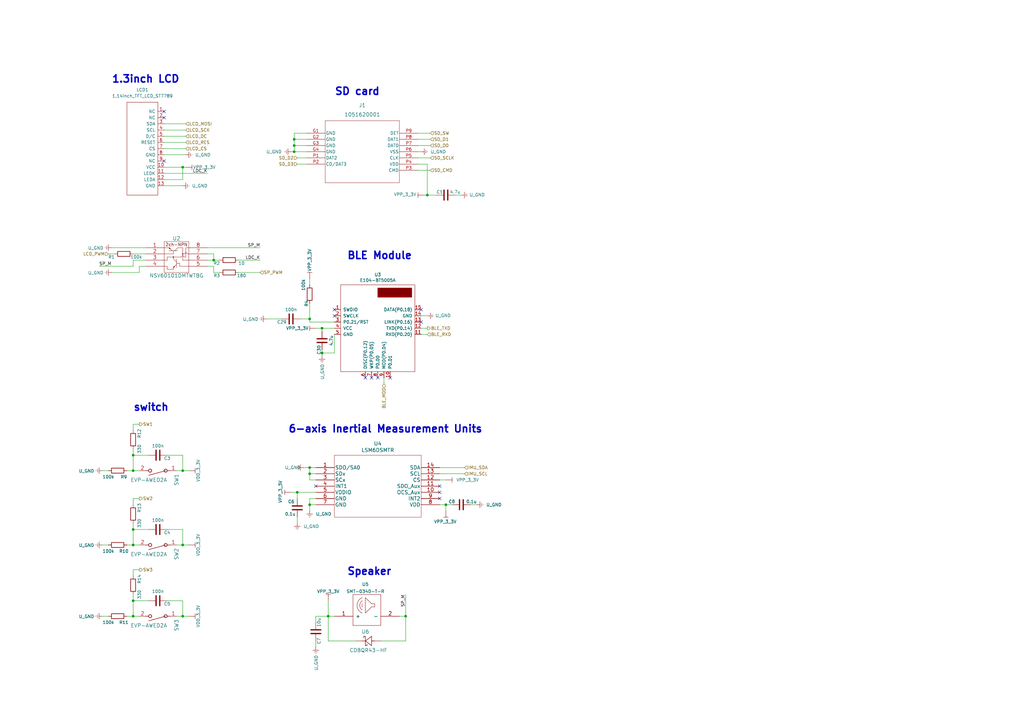
<source format=kicad_sch>
(kicad_sch (version 20211123) (generator eeschema)
  (paper "A3")
  (lib_symbols
    (symbol "Device:C" (pin_numbers hide) (pin_names (offset 0.254))
      (property "Reference" "C" (at 0.635 2.54 0))
      (property "Value" "C" (at 0.635 -2.54 0))
      (symbol "C_0_1"
        (polyline (pts (xy -2.032 -0.762) (xy 2.032 -0.762)) (stroke (width 0.508)))
        (polyline (pts (xy -2.032 0.762) (xy 2.032 0.762)) (stroke (width 0.508)))
      )
      (symbol "C_1_1"
        (pin passive line (at 0 3.81 270) (length 2.794) (name "~") (number "1"))
        (pin passive line (at 0 -3.81 90) (length 2.794) (name "~") (number "2"))
      )
    )
    (symbol "Device:R" (pin_numbers hide) (pin_names (offset 0))
      (property "Reference" "R" (at 2.032 0 90))
      (property "Value" "R" (at 0 0 90))
      (symbol "R_0_1"
        (rectangle (start -1.016 -2.54) (end 1.016 2.54) (stroke (width 0.254)))
      )
      (symbol "R_1_1"
        (pin passive line (at 0 3.81 270) (length 1.27) (name "~") (number "1"))
        (pin passive line (at 0 -3.81 90) (length 1.27) (name "~") (number "2"))
      )
    )
    (symbol "User_library:1.14inch_TFT_LCD_ST7789" (pin_names (offset 1.016))
      (property "Reference" "LCD" (at 2.54 13.97 0))
      (property "Value" "1.14inch_TFT_LCD_ST7789" (at 24.13 13.97 0))
      (symbol "1.14inch_TFT_LCD_ST7789_0_1"
        (rectangle (start 0 12.7) (end 38.1 0))
      )
      (symbol "1.14inch_TFT_LCD_ST7789_1_1"
        (pin power_out line (at 34.29 -2.54 90) (length 2.54) (name "NC") (number "1"))
        (pin input line (at 11.43 -2.54 90) (length 2.54) (name "VCC") (number "10"))
        (pin input line (at 8.89 -2.54 90) (length 2.54) (name "LEDK") (number "11"))
        (pin power_out line (at 6.35 -2.54 90) (length 2.54) (name "LEDA") (number "12"))
        (pin power_out line (at 3.81 -2.54 90) (length 2.54) (name "GND") (number "13"))
        (pin power_out line (at 31.75 -2.54 90) (length 2.54) (name "NC") (number "2"))
        (pin power_in line (at 29.21 -2.54 90) (length 2.54) (name "SDA") (number "3"))
        (pin power_in line (at 26.67 -2.54 90) (length 2.54) (name "SCL") (number "4"))
        (pin power_out line (at 24.13 -2.54 90) (length 2.54) (name "D/C") (number "5"))
        (pin power_out line (at 21.59 -2.54 90) (length 2.54) (name "RESET") (number "6"))
        (pin input line (at 19.05 -2.54 90) (length 2.54) (name "CS") (number "7"))
        (pin input line (at 16.51 -2.54 90) (length 2.54) (name "GND") (number "8"))
        (pin input line (at 13.97 -2.54 90) (length 2.54) (name "NC") (number "9"))
      )
    )
    (symbol "User_library:1051620001" (pin_names (offset 0.254))
      (property "Reference" "J" (at 22.86 10.16 0))
      (property "Value" "1051620001" (at 22.86 7.62 0))
      (symbol "1051620001_0_1"
        (polyline (pts (xy 7.62 -20.32) (xy 38.1 -20.32)) (stroke (width 0.127)))
        (polyline (pts (xy 7.62 5.08) (xy 7.62 -20.32)) (stroke (width 0.127)))
        (polyline (pts (xy 38.1 -20.32) (xy 38.1 5.08)) (stroke (width 0.127)))
        (polyline (pts (xy 38.1 5.08) (xy 7.62 5.08)) (stroke (width 0.127)))
        (pin power_out line (at 0 0 0) (length 7.62) (name "GND") (number "G1"))
        (pin power_out line (at 0 -2.54 0) (length 7.62) (name "GND") (number "G2"))
        (pin power_out line (at 0 -5.08 0) (length 7.62) (name "GND") (number "G3"))
        (pin power_out line (at 0 -7.62 0) (length 7.62) (name "GND") (number "G4"))
        (pin bidirectional line (at 0 -10.16 0) (length 7.62) (name "DAT2") (number "P1"))
        (pin unspecified line (at 0 -12.7 0) (length 7.62) (name "CD/DAT3") (number "P2"))
        (pin unspecified line (at 45.72 -15.24 180) (length 7.62) (name "CMD") (number "P3"))
        (pin power_in line (at 45.72 -12.7 180) (length 7.62) (name "VDD") (number "P4"))
        (pin unspecified line (at 45.72 -10.16 180) (length 7.62) (name "CLK") (number "P5"))
        (pin power_out line (at 45.72 -7.62 180) (length 7.62) (name "VSS") (number "P6"))
        (pin bidirectional line (at 45.72 -5.08 180) (length 7.62) (name "DAT0") (number "P7"))
        (pin bidirectional line (at 45.72 -2.54 180) (length 7.62) (name "DAT1") (number "P8"))
        (pin unspecified line (at 45.72 0 180) (length 7.62) (name "DET") (number "P9"))
      )
    )
    (symbol "User_library:CDBQR43-HF" (pin_numbers hide) (pin_names (offset 1.651) hide)
      (property "Reference" "U" (at 3.81 3.81 0))
      (property "Value" "User_library_CDBQR43-HF" (at 5.08 -3.81 0))
      (symbol "CDBQR43-HF_1_1"
        (polyline (pts (xy 3.175 1.905) (xy 3.175 1.27)) (stroke (width 0.2032)))
        (polyline (pts (xy 3.175 1.905) (xy 3.81 1.905)) (stroke (width 0.2032)))
        (polyline (pts (xy 3.81 0) (xy 2.54 0)) (stroke (width 0.2032)))
        (polyline (pts (xy 3.81 0) (xy 6.35 -1.905)) (stroke (width 0.2032)))
        (polyline (pts (xy 3.81 1.905) (xy 3.81 -1.905)) (stroke (width 0.2032)))
        (polyline (pts (xy 4.445 -1.905) (xy 3.81 -1.905)) (stroke (width 0.2032)))
        (polyline (pts (xy 4.445 -1.905) (xy 4.445 -1.27)) (stroke (width 0.2032)))
        (polyline (pts (xy 6.35 -1.905) (xy 6.35 1.905)) (stroke (width 0.2032)))
        (polyline (pts (xy 6.35 1.905) (xy 3.81 0)) (stroke (width 0.2032)))
        (polyline (pts (xy 6.985 0) (xy 6.35 0)) (stroke (width 0.2032)))
        (polyline (pts (xy 7.62 0) (xy 6.6802 0)) (stroke (width 0.2032)))
        (pin unspecified line (at 0 0 0) (length 2.54) (name "1") (number "1"))
        (pin unspecified line (at 10.16 0 180) (length 2.54) (name "2") (number "2"))
      )
    )
    (symbol "User_library:E104-BT5005A" (pin_names (offset 1.016))
      (property "Reference" "U" (at 2.54 36.83 0))
      (property "Value" "User_library_E104-BT5005A" (at 22.86 36.83 0))
      (symbol "E104-BT5005A_0_1"
        (rectangle (start 0 0) (end 30.48 35.56))
        (rectangle (start 29.21 34.29) (end 15.24 30.48) (fill (type outline)))
      )
      (symbol "E104-BT5005A_1_1"
        (pin input line (at -2.54 25.4 0) (length 2.54) (name "SWDIO") (number "1"))
        (pin input line (at 20.32 -2.54 90) (length 2.54) (name "P0.01") (number "10"))
        (pin input line (at 33.02 15.24 180) (length 2.54) (name "RXD(P0.20)") (number "11"))
        (pin input line (at 33.02 17.78 180) (length 2.54) (name "TXD(P0.14)") (number "12"))
        (pin input line (at 33.02 20.32 180) (length 2.54) (name "LINK(P0.16)") (number "13"))
        (pin input line (at 33.02 22.86 180) (length 2.54) (name "GND") (number "14"))
        (pin input line (at 33.02 25.4 180) (length 2.54) (name "DATA(P0.18)") (number "15"))
        (pin input line (at -2.54 22.86 0) (length 2.54) (name "SWCLK") (number "2"))
        (pin input line (at -2.54 20.32 0) (length 2.54) (name "P0.21/RST") (number "3"))
        (pin input line (at -2.54 17.78 0) (length 2.54) (name "VCC") (number "4"))
        (pin input line (at -2.54 15.24 0) (length 2.54) (name "GND") (number "5"))
        (pin input line (at 10.16 -2.54 90) (length 2.54) (name "DISC(P0.12)") (number "6"))
        (pin input line (at 12.7 -2.54 90) (length 2.54) (name "WKP(P0.05)") (number "7"))
        (pin bidirectional line (at 15.24 -2.54 90) (length 2.54) (name "P0.00") (number "8"))
        (pin input line (at 17.78 -2.54 90) (length 2.54) (name "MOD(P0.04)") (number "9"))
      )
    )
    (symbol "User_library:EVP-AWED2A" (pin_names (offset -1.905) hide)
      (property "Reference" "SW" (at 0 3.81 0))
      (property "Value" "User_library_EVP-AWED2A" (at 0 -3.175 0))
      (symbol "EVP-AWED2A_1_1"
        (circle (center -3.175 0) (radius 0.635) (stroke (width 0.254)))
        (polyline (pts (xy -5.08 0) (xy -3.81 0)) (stroke (width 0.2032)))
        (polyline (pts (xy -3.175 0) (xy 3.81 1.905)) (stroke (width 0.2032)))
        (polyline (pts (xy 5.08 0) (xy 3.81 0)) (stroke (width 0.2032)))
        (circle (center 3.175 0) (radius 0.635) (stroke (width 0.254)))
        (pin unspecified line (at -7.62 0 0) (length 2.54) (name "1") (number "1"))
        (pin unspecified line (at 7.62 0 180) (length 2.54) (name "2") (number "2"))
      )
    )
    (symbol "User_library:LSM6DSMTR" (pin_names (offset 0.254))
      (property "Reference" "U" (at 22.86 7.62 0))
      (property "Value" "LSM6DSMTR" (at 26.67 -21.59 0))
      (symbol "LSM6DSMTR_1_1"
        (polyline (pts (xy 7.62 -20.32) (xy 43.18 -20.32)) (stroke (width 0.127)))
        (polyline (pts (xy 7.62 5.08) (xy 7.62 -20.32)) (stroke (width 0.127)))
        (polyline (pts (xy 43.18 -20.32) (xy 43.18 5.08)) (stroke (width 0.127)))
        (polyline (pts (xy 43.18 5.08) (xy 7.62 5.08)) (stroke (width 0.127)))
        (pin bidirectional line (at 0 0 0) (length 7.62) (name "SDO/SA0") (number "1"))
        (pin unspecified line (at 50.8 -10.16 180) (length 7.62) (name "OCS_Aux") (number "10"))
        (pin unspecified line (at 50.8 -7.62 180) (length 7.62) (name "SDO_Aux") (number "11"))
        (pin input line (at 50.8 -5.08 180) (length 7.62) (name "CS") (number "12"))
        (pin input line (at 50.8 -2.54 180) (length 7.62) (name "SCL") (number "13"))
        (pin bidirectional line (at 50.8 0 180) (length 7.62) (name "SDA") (number "14"))
        (pin unspecified line (at 0 -2.54 0) (length 7.62) (name "SDx") (number "2"))
        (pin unspecified line (at 0 -5.08 0) (length 7.62) (name "SCx") (number "3"))
        (pin output line (at 0 -7.62 0) (length 7.62) (name "INT1") (number "4"))
        (pin power_in line (at 0 -10.16 0) (length 7.62) (name "VDDIO") (number "5"))
        (pin power_in line (at 0 -12.7 0) (length 7.62) (name "GND") (number "6"))
        (pin power_in line (at 0 -15.24 0) (length 7.62) (name "GND") (number "7"))
        (pin power_in line (at 50.8 -15.24 180) (length 7.62) (name "VDD") (number "8"))
        (pin output line (at 50.8 -12.7 180) (length 7.62) (name "INT2") (number "9"))
      )
    )
    (symbol "User_library:NSV60101DMTWTBG" (pin_names (offset 0.254) hide)
      (property "Reference" "U" (at 11.43 3.81 0))
      (property "Value" "User_library_NSV60101DMTWTBG" (at 12.7 -11.43 0))
      (symbol "NSV60101DMTWTBG_0_0"
        (text "2ch-NPN" (at 12.7 1.27 0) (effects (font (size 1.27 1.27))))
      )
      (symbol "NSV60101DMTWTBG_1_1"
        (polyline (pts (xy 7.62 -10.16) (xy 17.78 -10.16)) (stroke (width 0.127)))
        (polyline (pts (xy 7.62 0) (xy 9.652 0)) (stroke (width 0.127)))
        (polyline (pts (xy 7.62 2.54) (xy 7.62 -10.16)) (stroke (width 0.127)))
        (polyline (pts (xy 8.89 -8.89) (xy 8.89 -7.62)) (stroke (width 0.127)))
        (polyline (pts (xy 8.89 -7.62) (xy 7.62 -7.62)) (stroke (width 0.127)))
        (polyline (pts (xy 8.89 -5.08) (xy 7.62 -5.08)) (stroke (width 0.127)))
        (polyline (pts (xy 8.89 -3.81) (xy 8.89 -5.08)) (stroke (width 0.127)))
        (polyline (pts (xy 9.652 -1.27) (xy 13.208 -1.27)) (stroke (width 0.127)))
        (polyline (pts (xy 10.922 -1.27) (xy 9.906 -0.254)) (stroke (width 0.127)))
        (polyline (pts (xy 11.43 -8.89) (xy 8.89 -8.89)) (stroke (width 0.127)))
        (polyline (pts (xy 11.43 -8.128) (xy 11.43 -8.89)) (stroke (width 0.127)))
        (polyline (pts (xy 11.43 -4.572) (xy 11.43 -3.81)) (stroke (width 0.127)))
        (polyline (pts (xy 11.43 -2.54) (xy 7.62 -2.54)) (stroke (width 0.127)))
        (polyline (pts (xy 11.43 -1.27) (xy 11.43 -2.54)) (stroke (width 0.127)))
        (polyline (pts (xy 11.938 -1.27) (xy 13.208 0)) (stroke (width 0.127)))
        (polyline (pts (xy 12.7 -8.128) (xy 12.7 -4.572)) (stroke (width 0.127)))
        (polyline (pts (xy 12.7 -6.858) (xy 11.684 -7.874)) (stroke (width 0.127)))
        (polyline (pts (xy 12.7 -6.35) (xy 13.97 -6.35)) (stroke (width 0.127)))
        (polyline (pts (xy 12.7 -5.842) (xy 11.43 -4.572)) (stroke (width 0.127)))
        (polyline (pts (xy 13.208 0) (xy 15.24 0)) (stroke (width 0.127)))
        (polyline (pts (xy 13.97 -7.62) (xy 13.97 -6.35)) (stroke (width 0.127)))
        (polyline (pts (xy 13.97 -7.62) (xy 17.78 -7.62)) (stroke (width 0.127)))
        (polyline (pts (xy 14.732 -3.81) (xy 8.89 -3.81)) (stroke (width 0.127)))
        (polyline (pts (xy 15.24 -2.54) (xy 16.002 -2.54)) (stroke (width 0.127)))
        (polyline (pts (xy 15.24 0) (xy 15.24 -5.08)) (stroke (width 0.127)))
        (polyline (pts (xy 15.748 -3.81) (xy 16.51 -3.81)) (stroke (width 0.127)))
        (polyline (pts (xy 16.51 0) (xy 16.51 -3.81)) (stroke (width 0.127)))
        (polyline (pts (xy 17.018 -2.54) (xy 17.78 -2.54)) (stroke (width 0.127)))
        (polyline (pts (xy 17.78 -10.16) (xy 17.78 2.54)) (stroke (width 0.127)))
        (polyline (pts (xy 17.78 -5.08) (xy 15.24 -5.08)) (stroke (width 0.127)))
        (polyline (pts (xy 17.78 0) (xy 16.51 0)) (stroke (width 0.127)))
        (polyline (pts (xy 17.78 2.54) (xy 7.62 2.54)) (stroke (width 0.127)))
        (polyline (pts (xy 9.652 0) (xy 9.906 -0.508) (xy 10.16 -0.254) (xy 9.652 0)) (fill (type outline)))
        (polyline (pts (xy 11.43 -8.128) (xy 11.938 -7.874) (xy 11.684 -7.62) (xy 11.43 -8.128)) (fill (type outline)))
        (arc (start 11.43 -3.937) (mid 11.43 -3.683) (end 11.43 -3.937) (stroke (width 0.254)))
        (circle (center 11.43 -3.81) (radius 0.127) (stroke (width 0.254)))
        (arc (start 15.24 -2.667) (mid 15.24 -2.413) (end 15.24 -2.667) (stroke (width 0.254)))
        (circle (center 15.24 -2.54) (radius 0.127) (stroke (width 0.254)))
        (arc (start 15.748 -3.81) (mid 15.24 -3.302) (end 14.732 -3.81) (stroke (width 0.127)))
        (arc (start 17.018 -2.54) (mid 16.51 -2.032) (end 16.002 -2.54) (stroke (width 0.127)))
        (pin unspecified line (at 0 0 0) (length 7.62) (name "1") (number "1"))
        (pin unspecified line (at 0 -2.54 0) (length 7.62) (name "2") (number "2"))
        (pin unspecified line (at 0 -5.08 0) (length 7.62) (name "3") (number "3"))
        (pin unspecified line (at 0 -7.62 0) (length 7.62) (name "4") (number "4"))
        (pin unspecified line (at 25.4 -7.62 180) (length 7.62) (name "5") (number "5"))
        (pin unspecified line (at 25.4 -5.08 180) (length 7.62) (name "6") (number "6"))
        (pin unspecified line (at 25.4 -2.54 180) (length 7.62) (name "7") (number "7"))
        (pin unspecified line (at 25.4 0 180) (length 7.62) (name "8") (number "8"))
      )
    )
    (symbol "User_library:SMT-0340-T-R" (pin_names (offset 1.016))
      (property "Reference" "U" (at 3.81 13.97 0))
      (property "Value" "User_library_SMT-0340-T-R" (at 6.35 -1.27 0))
      (symbol "SMT-0340-T-R_0_1"
        (polyline (pts (xy 5.08 11.43) (xy 5.08 7.62) (xy 5.08 5.08) (xy 7.62 7.62) (xy 8.89 7.62) (xy 8.89 8.89) (xy 7.62 8.89) (xy 5.08 11.43)))
        (rectangle (start 0 0) (end 11.43 12.7))
        (arc (start 3.81 8.89) (mid 3.6601 8.255) (end 3.81 7.62))
        (arc (start 3.81 10.16) (mid 2.7905 8.255) (end 3.81 6.35))
        (arc (start 3.81 11.43) (mid 1.6604 8.255) (end 3.81 5.08))
      )
      (symbol "SMT-0340-T-R_1_1"
        (pin bidirectional line (at -7.62 3.81 0) (length 7.62) (name "+") (number "1"))
        (pin bidirectional line (at 19.05 3.81 180) (length 7.62) (name "-") (number "2"))
      )
    )
    (symbol "User_power:GND" (power) (pin_names (offset 0))
      (property "Value" "GND" (at 0 -3.81 0))
      (symbol "GND_0_1"
        (polyline (pts (xy -0.635 -1.905) (xy 0.635 -1.905)))
        (polyline (pts (xy -0.127 -2.54) (xy 0.127 -2.54)))
        (polyline (pts (xy 0 -1.27) (xy 0 0)))
        (polyline (pts (xy 1.27 -1.27) (xy -1.27 -1.27)))
      )
      (symbol "GND_1_1"
        (pin power_in line (at 0 0 270) (length 0) hide (name "U_GND") (number "1"))
      )
    )
    (symbol "User_power:VDD_3.3V" (power) (pin_names (offset 0))
      (property "Value" "VDD_3.3V" (at 0 3.81 0))
      (symbol "VDD_3.3V_0_1"
        (polyline (pts (xy -1.016 2.54) (xy 0 2.54)))
        (polyline (pts (xy 0 0) (xy 0 2.54)))
        (polyline (pts (xy 0 2.54) (xy 1.016 2.54)))
      )
      (symbol "VDD_3.3V_1_1"
        (pin power_in line (at 0 0 90) (length 0) hide (name "VDD_3_3V") (number "1"))
      )
    )
    (symbol "User_power:VPP_3.3V" (power) (pin_names (offset 0))
      (property "Value" "User_power_VPP_3.3V" (at 0 3.81 0))
      (symbol "VPP_3.3V_0_1"
        (polyline (pts (xy -1.016 2.54) (xy 0 2.54)))
        (polyline (pts (xy 0 0) (xy 0 2.54)))
        (polyline (pts (xy 0 2.54) (xy 1.016 2.54)))
      )
      (symbol "VPP_3.3V_1_1"
        (pin power_in line (at 0 0 90) (length 0) hide (name "VPP_3_3V") (number "1"))
      )
    )
  )
  (junction (at 127 207.01))
  (junction (at 132.08 134.62))
  (junction (at 120.65 59.69))
  (junction (at 127 191.77))
  (junction (at 175.26 80.01))
  (junction (at 132.08 144.78))
  (junction (at 87.63 106.68))
  (junction (at 74.93 252.73))
  (junction (at 54.61 193.04))
  (junction (at 182.88 207.01))
  (junction (at 127 194.31))
  (junction (at 54.61 223.52))
  (junction (at 54.61 217.17))
  (junction (at 54.61 252.73))
  (junction (at 54.61 186.69))
  (junction (at 127 130.81))
  (junction (at 74.93 68.58))
  (junction (at 54.61 246.38))
  (junction (at 121.92 201.93))
  (junction (at 120.65 62.23))
  (junction (at 134.62 252.73))
  (junction (at 74.93 193.04))
  (junction (at 74.93 223.52))
  (junction (at 120.65 57.15))
  (junction (at 166.37 252.73))
  (no_connect (at 172.72 127))
  (no_connect (at 137.16 129.54))
  (no_connect (at 152.4 154.94))
  (no_connect (at 149.86 154.94))
  (no_connect (at 67.31 48.26))
  (no_connect (at 180.34 204.47))
  (no_connect (at 172.72 132.08))
  (no_connect (at 67.31 45.72))
  (no_connect (at 180.34 199.39))
  (no_connect (at 154.94 154.94))
  (no_connect (at 129.54 199.39))
  (no_connect (at 160.02 154.94))
  (no_connect (at 180.34 201.93))
  (no_connect (at 67.31 66.04))
  (no_connect (at 137.16 127))
  (wire (pts (xy 74.93 68.58) (xy 67.31 68.58)))
  (wire (pts (xy 132.08 144.78) (xy 132.08 146.05)))
  (wire (pts (xy 171.45 64.77) (xy 176.53 64.77)))
  (wire (pts (xy 129.54 134.62) (xy 132.08 134.62)))
  (wire (pts (xy 129.54 265.43) (xy 129.54 262.89)))
  (wire (pts (xy 76.2 55.88) (xy 67.31 55.88)))
  (wire (pts (xy 180.34 191.77) (xy 190.5 191.77)))
  (wire (pts (xy 120.65 54.61) (xy 120.65 57.15)))
  (wire (pts (xy 180.34 194.31) (xy 190.5 194.31)))
  (wire (pts (xy 129.54 204.47) (xy 127 204.47)))
  (wire (pts (xy 74.93 252.73) (xy 72.39 252.73)))
  (wire (pts (xy 54.61 233.68) (xy 57.15 233.68)))
  (wire (pts (xy 74.93 76.2) (xy 67.31 76.2)))
  (wire (pts (xy 166.37 252.73) (xy 166.37 243.84)))
  (wire (pts (xy 171.45 57.15) (xy 176.53 57.15)))
  (wire (pts (xy 41.91 193.04) (xy 44.45 193.04)))
  (wire (pts (xy 54.61 207.01) (xy 54.61 204.47)))
  (wire (pts (xy 175.26 67.31) (xy 175.26 80.01)))
  (wire (pts (xy 171.45 67.31) (xy 175.26 67.31)))
  (wire (pts (xy 90.17 111.76) (xy 87.63 111.76)))
  (wire (pts (xy 120.65 57.15) (xy 120.65 59.69)))
  (wire (pts (xy 173.99 80.01) (xy 175.26 80.01)))
  (wire (pts (xy 129.54 196.85) (xy 127 196.85)))
  (wire (pts (xy 74.93 246.38) (xy 74.93 252.73)))
  (wire (pts (xy 54.61 204.47) (xy 57.15 204.47)))
  (wire (pts (xy 132.08 143.51) (xy 132.08 144.78)))
  (wire (pts (xy 74.93 223.52) (xy 72.39 223.52)))
  (wire (pts (xy 137.16 132.08) (xy 127 132.08)))
  (wire (pts (xy 175.26 80.01) (xy 179.07 80.01)))
  (wire (pts (xy 123.19 130.81) (xy 127 130.81)))
  (wire (pts (xy 172.72 62.23) (xy 171.45 62.23)))
  (wire (pts (xy 175.26 129.54) (xy 172.72 129.54)))
  (wire (pts (xy 127 207.01) (xy 127 209.55)))
  (wire (pts (xy 59.69 109.22) (xy 57.15 109.22)))
  (wire (pts (xy 68.58 217.17) (xy 74.93 217.17)))
  (wire (pts (xy 137.16 137.16) (xy 137.16 144.78)))
  (wire (pts (xy 67.31 50.8) (xy 76.2 50.8)))
  (wire (pts (xy 193.04 207.01) (xy 195.58 207.01)))
  (wire (pts (xy 60.96 186.69) (xy 54.61 186.69)))
  (wire (pts (xy 182.88 196.85) (xy 180.34 196.85)))
  (wire (pts (xy 74.93 217.17) (xy 74.93 223.52)))
  (wire (pts (xy 124.46 191.77) (xy 127 191.77)))
  (wire (pts (xy 171.45 69.85) (xy 176.53 69.85)))
  (wire (pts (xy 54.61 214.63) (xy 54.61 217.17)))
  (wire (pts (xy 90.17 106.68) (xy 87.63 106.68)))
  (wire (pts (xy 45.72 101.6) (xy 59.69 101.6)))
  (wire (pts (xy 54.61 223.52) (xy 52.07 223.52)))
  (wire (pts (xy 57.15 223.52) (xy 54.61 223.52)))
  (wire (pts (xy 182.88 209.55) (xy 182.88 207.01)))
  (wire (pts (xy 127 130.81) (xy 127 124.46)))
  (wire (pts (xy 57.15 109.22) (xy 57.15 111.76)))
  (wire (pts (xy 134.62 262.89) (xy 134.62 252.73)))
  (wire (pts (xy 54.61 236.22) (xy 54.61 233.68)))
  (wire (pts (xy 127 132.08) (xy 127 130.81)))
  (wire (pts (xy 129.54 207.01) (xy 127 207.01)))
  (wire (pts (xy 119.38 201.93) (xy 121.92 201.93)))
  (wire (pts (xy 185.42 207.01) (xy 182.88 207.01)))
  (wire (pts (xy 121.92 64.77) (xy 125.73 64.77)))
  (wire (pts (xy 172.72 137.16) (xy 175.26 137.16)))
  (wire (pts (xy 166.37 262.89) (xy 166.37 252.73)))
  (wire (pts (xy 41.91 252.73) (xy 44.45 252.73)))
  (wire (pts (xy 74.93 186.69) (xy 74.93 193.04)))
  (wire (pts (xy 60.96 246.38) (xy 54.61 246.38)))
  (wire (pts (xy 157.48 157.48) (xy 157.48 154.94)))
  (wire (pts (xy 129.54 255.27) (xy 129.54 252.73)))
  (wire (pts (xy 54.61 173.99) (xy 57.15 173.99)))
  (wire (pts (xy 85.09 71.12) (xy 67.31 71.12)))
  (wire (pts (xy 129.54 252.73) (xy 134.62 252.73)))
  (wire (pts (xy 77.47 252.73) (xy 74.93 252.73)))
  (wire (pts (xy 146.05 262.89) (xy 134.62 262.89)))
  (wire (pts (xy 87.63 109.22) (xy 87.63 111.76)))
  (wire (pts (xy 121.92 67.31) (xy 125.73 67.31)))
  (wire (pts (xy 127 116.84) (xy 127 114.3)))
  (wire (pts (xy 189.23 80.01) (xy 186.69 80.01)))
  (wire (pts (xy 76.2 68.58) (xy 74.93 68.58)))
  (wire (pts (xy 109.22 130.81) (xy 115.57 130.81)))
  (wire (pts (xy 97.79 111.76) (xy 106.68 111.76)))
  (wire (pts (xy 121.92 201.93) (xy 129.54 201.93)))
  (wire (pts (xy 125.73 59.69) (xy 120.65 59.69)))
  (wire (pts (xy 68.58 186.69) (xy 74.93 186.69)))
  (wire (pts (xy 132.08 134.62) (xy 137.16 134.62)))
  (wire (pts (xy 41.91 223.52) (xy 44.45 223.52)))
  (wire (pts (xy 127 194.31) (xy 129.54 194.31)))
  (wire (pts (xy 85.09 109.22) (xy 87.63 109.22)))
  (wire (pts (xy 156.21 262.89) (xy 166.37 262.89)))
  (wire (pts (xy 54.61 104.14) (xy 59.69 104.14)))
  (wire (pts (xy 54.61 243.84) (xy 54.61 246.38)))
  (wire (pts (xy 60.96 217.17) (xy 54.61 217.17)))
  (wire (pts (xy 171.45 59.69) (xy 176.53 59.69)))
  (wire (pts (xy 132.08 135.89) (xy 132.08 134.62)))
  (wire (pts (xy 74.93 73.66) (xy 74.93 68.58)))
  (wire (pts (xy 137.16 144.78) (xy 132.08 144.78)))
  (wire (pts (xy 67.31 58.42) (xy 76.2 58.42)))
  (wire (pts (xy 121.92 204.47) (xy 121.92 201.93)))
  (wire (pts (xy 44.45 104.14) (xy 46.99 104.14)))
  (wire (pts (xy 59.69 106.68) (xy 54.61 106.68)))
  (wire (pts (xy 76.2 63.5) (xy 67.31 63.5)))
  (wire (pts (xy 127 194.31) (xy 127 191.77)))
  (wire (pts (xy 57.15 193.04) (xy 54.61 193.04)))
  (wire (pts (xy 176.53 54.61) (xy 171.45 54.61)))
  (wire (pts (xy 77.47 223.52) (xy 74.93 223.52)))
  (wire (pts (xy 125.73 54.61) (xy 120.65 54.61)))
  (wire (pts (xy 74.93 193.04) (xy 72.39 193.04)))
  (wire (pts (xy 57.15 252.73) (xy 54.61 252.73)))
  (wire (pts (xy 85.09 101.6) (xy 106.68 101.6)))
  (wire (pts (xy 54.61 252.73) (xy 52.07 252.73)))
  (wire (pts (xy 76.2 60.96) (xy 67.31 60.96)))
  (wire (pts (xy 134.62 252.73) (xy 137.16 252.73)))
  (wire (pts (xy 54.61 246.38) (xy 54.61 252.73)))
  (wire (pts (xy 85.09 104.14) (xy 87.63 104.14)))
  (wire (pts (xy 54.61 106.68) (xy 54.61 109.22)))
  (wire (pts (xy 120.65 62.23) (xy 125.73 62.23)))
  (wire (pts (xy 134.62 246.38) (xy 134.62 252.73)))
  (wire (pts (xy 175.26 134.62) (xy 172.72 134.62)))
  (wire (pts (xy 121.92 212.09) (xy 121.92 214.63)))
  (wire (pts (xy 54.61 217.17) (xy 54.61 223.52)))
  (wire (pts (xy 166.37 252.73) (xy 163.83 252.73)))
  (wire (pts (xy 54.61 193.04) (xy 52.07 193.04)))
  (wire (pts (xy 54.61 176.53) (xy 54.61 173.99)))
  (wire (pts (xy 54.61 186.69) (xy 54.61 193.04)))
  (wire (pts (xy 68.58 246.38) (xy 74.93 246.38)))
  (wire (pts (xy 125.73 57.15) (xy 120.65 57.15)))
  (wire (pts (xy 57.15 111.76) (xy 45.72 111.76)))
  (wire (pts (xy 67.31 53.34) (xy 76.2 53.34)))
  (wire (pts (xy 54.61 109.22) (xy 40.64 109.22)))
  (wire (pts (xy 119.38 62.23) (xy 120.65 62.23)))
  (wire (pts (xy 180.34 207.01) (xy 182.88 207.01)))
  (wire (pts (xy 97.79 106.68) (xy 106.68 106.68)))
  (wire (pts (xy 85.09 106.68) (xy 87.63 106.68)))
  (wire (pts (xy 127 191.77) (xy 129.54 191.77)))
  (wire (pts (xy 54.61 184.15) (xy 54.61 186.69)))
  (wire (pts (xy 120.65 59.69) (xy 120.65 62.23)))
  (wire (pts (xy 87.63 104.14) (xy 87.63 106.68)))
  (wire (pts (xy 67.31 73.66) (xy 74.93 73.66)))
  (wire (pts (xy 127 196.85) (xy 127 194.31)))
  (wire (pts (xy 127 204.47) (xy 127 207.01)))
  (wire (pts (xy 77.47 193.04) (xy 74.93 193.04)))
  (text "BLE Module" (at 142.24 106.68 0) (effects (font (size 3 3) (thickness 0.6) bold) (justify left bottom)))
  (text "Speaker" (at 142.24 236.22 0) (effects (font (size 3 3) (thickness 0.6) bold) (justify left bottom)))
  (text "6-axis Inertial Measurement Units" (at 118.11 177.8 0) (effects (font (size 3 3) (thickness 0.6) bold) (justify left bottom)))
  (text "SD card" (at 137.16 39.37 0) (effects (font (size 3 3) (thickness 0.6) bold) (justify left bottom)))
  (text "1.3inch LCD" (at 45.72 34.29 0) (effects (font (size 3 3) (thickness 0.6) bold) (justify left bottom)))
  (text "switch" (at 54.61 168.91 0) (effects (font (size 3 3) (thickness 0.6) bold) (justify left bottom)))
  (label "SP_M" (at 166.37 243.84 270))
  (label "LDC_K" (at 106.68 106.68 180))
  (label "SP_M" (at 106.68 101.6 180))
  (label "SP_M" (at 40.64 109.22 0))
  (label "LDC_K" (at 85.09 71.12 180))
  (hierarchical_label "IMU_SCL" (shape input) (at 190.5 194.31 0))
  (hierarchical_label "SD_D1" (shape input) (at 176.53 57.15 0))
  (hierarchical_label "SD_D0" (shape input) (at 176.53 59.69 0))
  (hierarchical_label "SD_SCLK" (shape input) (at 176.53 64.77 0))
  (hierarchical_label "SD_D2" (shape input) (at 121.92 64.77 180))
  (hierarchical_label "IMU_SDA" (shape input) (at 190.5 191.77 0))
  (hierarchical_label "LCD_RES" (shape input) (at 76.2 58.42 0))
  (hierarchical_label "LCD_CS" (shape input) (at 76.2 60.96 0))
  (hierarchical_label "SP_PWM" (shape input) (at 106.68 111.76 0))
  (hierarchical_label "LCD_PWM" (shape input) (at 44.45 104.14 180))
  (hierarchical_label "LCD_MOSI" (shape input) (at 76.2 50.8 0))
  (hierarchical_label "SW1" (shape output) (at 57.15 173.99 0))
  (hierarchical_label "SW3" (shape output) (at 57.15 233.68 0))
  (hierarchical_label "BLE_MOD" (shape input) (at 157.48 157.48 270))
  (hierarchical_label "BLE_RXD" (shape input) (at 175.26 137.16 0))
  (hierarchical_label "LCD_SCK" (shape input) (at 76.2 53.34 0))
  (hierarchical_label "BLE_TXD" (shape output) (at 175.26 134.62 0))
  (hierarchical_label "SD_CMD" (shape input) (at 176.53 69.85 0))
  (hierarchical_label "LCD_DC" (shape input) (at 76.2 55.88 0))
  (hierarchical_label "SW2" (shape output) (at 57.15 204.47 0))
  (hierarchical_label "SD_D3" (shape input) (at 121.92 67.31 180))
  (hierarchical_label "SD_SW" (shape input) (at 176.53 54.61 0))
  (symbol (lib_id "User_library:CDBQR43-HF") (at 146.05 262.89 0) (unit 1)
    (property "Reference" "U6" (at 149.86 259.08 0) (effects (font (size 1.524 1.524))))
    (property "Value" "CDBQR43-HF" (at 151.13 266.7 0) (effects (font (size 1.524 1.524))))
    (property "Footprint" "User_library:CDBQR43-HF" (effects hide))
  )
  (symbol (lib_id "Device:C") (at 129.54 259.08 180) (unit 1)
    (property "Reference" "C7" (at 130.81 262.89 90))
    (property "Value" "10u" (at 130.81 255.27 90))
    (property "Footprint" "User_library:UL_C_0402_1005Metric" (effects hide))
  )
  (symbol (lib_id "User_power:GND") (at 119.38 62.23 270) (unit 1)
    (property "Reference" "#PWR09" (effects hide))
    (property "Value" "GND" (at 115.57 62.23 90) (effects (justify right)))
  )
  (symbol (lib_id "User_power:GND") (at 121.92 214.63 0) (unit 1)
    (property "Reference" "#PWR023" (effects hide))
    (property "Value" "GND" (at 124.46 215.8999 0) (effects (justify left)))
  )
  (symbol (lib_id "User_power:GND") (at 189.23 80.01 90) (unit 1)
    (property "Reference" "#PWR013" (effects hide))
    (property "Value" "GND" (at 192.4812 79.883 90) (effects (justify right)))
  )
  (symbol (lib_id "User_power:GND") (at 132.08 146.05 0) (unit 1)
    (property "Reference" "#PWR077" (effects hide))
    (property "Value" "GND" (at 132.207 149.3012 90) (effects (justify right)))
  )
  (symbol (lib_id "Device:R") (at 54.61 180.34 180) (unit 1)
    (property "Reference" "R12" (at 57.15 177.8 90))
    (property "Value" "330" (at 57.15 184.15 90))
    (property "Footprint" "Resistor_SMD:R_0402_1005Metric" (effects hide))
  )
  (symbol (lib_id "User_power:GND") (at 129.54 265.43 0) (unit 1)
    (property "Reference" "#PWR026" (effects hide))
    (property "Value" "GND" (at 129.667 268.6812 90) (effects (justify right)))
  )
  (symbol (lib_id "User_power:GND") (at 172.72 62.23 90) (unit 1)
    (property "Reference" "#PWR010" (effects hide))
    (property "Value" "GND" (at 176.53 62.23 90) (effects (justify right)))
  )
  (symbol (lib_id "User_power:VDD_3.3V") (at 77.47 223.52 270) (unit 1)
    (property "Reference" "#PWR020" (effects hide))
    (property "Value" "VDD_3.3V" (at 81.28 223.52 0))
  )
  (symbol (lib_id "User_library:1.14inch_TFT_LCD_ST7789") (at 64.77 80.01 90) (unit 1)
    (property "Reference" "LCD1" (at 58.42 36.83 90))
    (property "Value" "1.14inch_TFT_LCD_ST7789" (at 58.42 39.37 90))
    (property "Footprint" "User_library:1.14inch_TFT_LCD_ST7789" (effects hide))
  )
  (symbol (lib_id "User_power:VPP_3.3V") (at 119.38 201.93 90) (unit 1)
    (property "Reference" "#PWR0123" (effects hide))
    (property "Value" "VPP_3.3V" (at 114.9858 201.676 0))
  )
  (symbol (lib_id "Device:C") (at 64.77 217.17 270) (unit 1)
    (property "Reference" "C4" (at 68.58 218.44 90))
    (property "Value" "100n" (at 64.77 213.36 90))
    (property "Footprint" "User_library:UL_C_0402_1005Metric" (effects hide))
  )
  (symbol (lib_id "Device:R") (at 54.61 240.03 180) (unit 1)
    (property "Reference" "R14" (at 57.15 237.49 90))
    (property "Value" "330" (at 57.15 243.84 90))
    (property "Footprint" "Resistor_SMD:R_0402_1005Metric" (effects hide))
  )
  (symbol (lib_id "User_library:EVP-AWED2A") (at 64.77 193.04 180) (unit 1)
    (property "Reference" "SW1" (at 72.39 194.31 90) (effects (font (size 1.524 1.524)) (justify left)))
    (property "Value" "EVP-AWED2A" (at 68.58 196.85 0) (effects (font (size 1.524 1.524)) (justify left)))
    (property "Footprint" "User_library:EVP-AWED2A" (effects hide))
  )
  (symbol (lib_id "Device:R") (at 127 120.65 0) (unit 1)
    (property "Reference" "R4" (at 125.73 124.46 90))
    (property "Value" "100k" (at 124.46 116.84 90))
    (property "Footprint" "Resistor_SMD:R_0402_1005Metric" (effects hide))
  )
  (symbol (lib_id "User_power:GND") (at 127 209.55 0) (unit 1)
    (property "Reference" "#PWR025" (effects hide))
    (property "Value" "GND" (at 129.54 210.8199 0) (effects (justify left)))
  )
  (symbol (lib_id "User_power:VPP_3.3V") (at 182.88 209.55 180) (unit 1)
    (property "Reference" "#PWR0122" (effects hide))
    (property "Value" "VPP_3.3V" (at 182.626 213.9442 0))
  )
  (symbol (lib_id "User_power:VPP_3.3V") (at 129.54 134.62 90) (unit 1)
    (property "Reference" "#PWR076" (effects hide))
    (property "Value" "VPP_3.3V" (at 121.92 134.62 90))
  )
  (symbol (lib_id "Device:R") (at 54.61 210.82 180) (unit 1)
    (property "Reference" "R13" (at 57.15 208.28 90))
    (property "Value" "330" (at 57.15 214.63 90))
    (property "Footprint" "Resistor_SMD:R_0402_1005Metric" (effects hide))
  )
  (symbol (lib_id "User_library:1051620001") (at 125.73 54.61 0) (unit 1)
    (property "Reference" "J1" (at 148.59 43.18 0) (effects (font (size 1.524 1.524))))
    (property "Value" "1051620001" (at 148.59 46.99 0) (effects (font (size 1.524 1.524))))
    (property "Footprint" "User_library:105162-0001_MOL" (effects hide))
    (property "Datasheet" "1051620001" (effects hide))
  )
  (symbol (lib_id "User_power:GND") (at 124.46 191.77 270) (unit 1)
    (property "Reference" "#PWR024" (effects hide))
    (property "Value" "GND" (at 116.84 191.77 90) (effects (justify left)))
  )
  (symbol (lib_id "User_power:GND") (at 41.91 223.52 270) (unit 1)
    (property "Reference" "#PWR017" (effects hide))
    (property "Value" "GND" (at 38.6588 223.647 90) (effects (justify right)))
  )
  (symbol (lib_id "Device:C") (at 189.23 207.01 90) (unit 1)
    (property "Reference" "C8" (at 186.69 205.74 90) (effects (justify left)))
    (property "Value" "0.1u" (at 195.58 205.74 90) (effects (justify left)))
    (property "Footprint" "User_library:UL_C_0402_1005Metric" (effects hide))
  )
  (symbol (lib_id "User_power:GND") (at 41.91 193.04 270) (unit 1)
    (property "Reference" "#PWR016" (effects hide))
    (property "Value" "GND" (at 38.6588 193.167 90) (effects (justify right)))
  )
  (symbol (lib_id "User_library:LSM6DSMTR") (at 129.54 191.77 0) (unit 1)
    (property "Reference" "U4" (at 154.94 181.9402 0) (effects (font (size 1.524 1.524))))
    (property "Value" "LSM6DSMTR" (at 154.94 184.6326 0) (effects (font (size 1.524 1.524))))
    (property "Footprint" "User_library:LSM6DSMTR" (effects hide))
  )
  (symbol (lib_id "User_power:GND") (at 45.72 111.76 270) (unit 1)
    (property "Reference" "#PWR02" (effects hide))
    (property "Value" "GND" (at 42.4688 111.887 90) (effects (justify right)))
  )
  (symbol (lib_id "User_power:GND") (at 175.26 129.54 90) (unit 1)
    (property "Reference" "#PWR078" (effects hide))
    (property "Value" "GND" (at 178.5112 129.413 90) (effects (justify right)))
  )
  (symbol (lib_id "User_power:VDD_3.3V") (at 77.47 193.04 270) (unit 1)
    (property "Reference" "#PWR019" (effects hide))
    (property "Value" "VDD_3.3V" (at 81.28 193.04 0))
  )
  (symbol (lib_id "User_power:GND") (at 195.58 207.01 90) (unit 1)
    (property "Reference" "#PWR030" (effects hide))
    (property "Value" "GND" (at 199.39 207.0099 90) (effects (justify right)))
  )
  (symbol (lib_id "User_library:EVP-AWED2A") (at 64.77 252.73 180) (unit 1)
    (property "Reference" "SW3" (at 72.39 254 90) (effects (font (size 1.524 1.524)) (justify left)))
    (property "Value" "EVP-AWED2A" (at 68.58 256.54 0) (effects (font (size 1.524 1.524)) (justify left)))
    (property "Footprint" "User_library:EVP-AWED2A" (effects hide))
  )
  (symbol (lib_id "Device:C") (at 119.38 130.81 90) (mirror x) (unit 1)
    (property "Reference" "C29" (at 115.57 132.08 90))
    (property "Value" "100n" (at 119.38 127 90))
    (property "Footprint" "User_library:UL_C_0402_1005Metric" (effects hide))
  )
  (symbol (lib_id "Device:R") (at 48.26 223.52 90) (unit 1)
    (property "Reference" "R10" (at 50.8 226.06 90))
    (property "Value" "100k" (at 44.45 226.06 90))
    (property "Footprint" "Resistor_SMD:R_0402_1005Metric" (effects hide))
  )
  (symbol (lib_id "User_power:GND") (at 45.72 101.6 270) (unit 1)
    (property "Reference" "#PWR01" (effects hide))
    (property "Value" "GND" (at 42.4688 101.727 90) (effects (justify right)))
  )
  (symbol (lib_id "User_power:GND") (at 76.2 63.5 90) (unit 1)
    (property "Reference" "#PWR0104" (effects hide))
    (property "Value" "GND" (at 80.01 63.4999 90) (effects (justify right)))
  )
  (symbol (lib_id "Device:R") (at 48.26 193.04 90) (unit 1)
    (property "Reference" "R9" (at 50.8 195.58 90))
    (property "Value" "100k" (at 44.45 195.58 90))
    (property "Footprint" "Resistor_SMD:R_0402_1005Metric" (effects hide))
  )
  (symbol (lib_id "User_library:EVP-AWED2A") (at 64.77 223.52 180) (unit 1)
    (property "Reference" "SW2" (at 72.39 224.79 90) (effects (font (size 1.524 1.524)) (justify left)))
    (property "Value" "EVP-AWED2A" (at 68.58 227.33 0) (effects (font (size 1.524 1.524)) (justify left)))
    (property "Footprint" "User_library:EVP-AWED2A" (effects hide))
  )
  (symbol (lib_id "User_library:E104-BT5005A") (at 139.7 152.4 0) (unit 1)
    (property "Reference" "U3" (at 154.94 112.649 0))
    (property "Value" "E104-BT5005A" (at 154.94 114.9604 0))
    (property "Footprint" "User_library:E104-BT5005A_QFN-15_9x9_Pitch1.1mm" (effects hide))
  )
  (symbol (lib_id "Device:C") (at 64.77 186.69 270) (unit 1)
    (property "Reference" "C3" (at 68.58 187.96 90))
    (property "Value" "100n" (at 64.77 182.88 90))
    (property "Footprint" "User_library:UL_C_0402_1005Metric" (effects hide))
  )
  (symbol (lib_id "User_library:NSV60101DMTWTBG") (at 59.69 101.6 0) (unit 1)
    (property "Reference" "U2" (at 72.39 97.79 0) (effects (font (size 1.524 1.524))))
    (property "Value" "NSV60101DMTWTBG" (at 72.39 113.03 0) (effects (font (size 1.524 1.524))))
    (property "Footprint" "User_library:NSV60101DMTWTBG" (effects hide))
  )
  (symbol (lib_id "Device:C") (at 132.08 139.7 180) (unit 1)
    (property "Reference" "C30" (at 130.81 143.51 90))
    (property "Value" "4.7u" (at 135.89 139.7 90))
    (property "Footprint" "User_library:UL_C_0402_1005Metric" (effects hide))
  )
  (symbol (lib_id "User_power:VPP_3.3V") (at 134.62 246.38 0) (unit 1)
    (property "Reference" "#PWR027" (effects hide))
    (property "Value" "VPP_3.3V" (at 134.62 242.57 0))
  )
  (symbol (lib_id "Device:R") (at 50.8 104.14 270) (unit 1)
    (property "Reference" "R1" (at 45.72 105.41 90))
    (property "Value" "100k" (at 55.88 105.41 90))
    (property "Footprint" "Resistor_SMD:R_0402_1005Metric" (effects hide))
  )
  (symbol (lib_id "Device:R") (at 48.26 252.73 90) (unit 1)
    (property "Reference" "R11" (at 50.8 255.27 90))
    (property "Value" "100k" (at 44.45 255.27 90))
    (property "Footprint" "Resistor_SMD:R_0402_1005Metric" (effects hide))
  )
  (symbol (lib_id "Device:C") (at 64.77 246.38 270) (unit 1)
    (property "Reference" "C5" (at 68.58 247.65 90))
    (property "Value" "100n" (at 64.77 242.57 90))
    (property "Footprint" "User_library:UL_C_0402_1005Metric" (effects hide))
  )
  (symbol (lib_id "User_power:GND") (at 74.93 76.2 90) (unit 1)
    (property "Reference" "#PWR0101" (effects hide))
    (property "Value" "GND" (at 78.74 76.1999 90) (effects (justify right)))
  )
  (symbol (lib_id "User_power:VDD_3.3V") (at 77.47 252.73 270) (unit 1)
    (property "Reference" "#PWR021" (effects hide))
    (property "Value" "VDD_3.3V" (at 81.28 252.73 0))
  )
  (symbol (lib_id "User_power:VPP_3.3V") (at 182.88 196.85 270) (unit 1)
    (property "Reference" "#PWR0124" (effects hide))
    (property "Value" "VPP_3.3V" (at 191.77 196.85 90))
  )
  (symbol (lib_id "Device:R") (at 93.98 106.68 270) (unit 1)
    (property "Reference" "R2" (at 88.9 107.95 90))
    (property "Value" "10" (at 99.06 107.95 90))
    (property "Footprint" "Resistor_SMD:R_0402_1005Metric" (effects hide))
  )
  (symbol (lib_id "User_power:GND") (at 41.91 252.73 270) (unit 1)
    (property "Reference" "#PWR018" (effects hide))
    (property "Value" "GND" (at 38.6588 252.857 90) (effects (justify right)))
  )
  (symbol (lib_id "Device:C") (at 121.92 208.28 0) (unit 1)
    (property "Reference" "C6" (at 118.11 205.74 0) (effects (justify left)))
    (property "Value" "0.1u" (at 116.84 210.82 0) (effects (justify left)))
    (property "Footprint" "User_library:UL_C_0402_1005Metric" (effects hide))
  )
  (symbol (lib_id "Device:R") (at 93.98 111.76 270) (unit 1)
    (property "Reference" "R3" (at 88.9 113.03 90))
    (property "Value" "180" (at 99.06 113.03 90))
    (property "Footprint" "Resistor_SMD:R_0402_1005Metric" (effects hide))
  )
  (symbol (lib_id "User_power:VPP_3.3V") (at 173.99 80.01 90) (unit 1)
    (property "Reference" "#PWR011" (effects hide))
    (property "Value" "VPP_3.3V" (at 170.7642 79.756 90) (effects (justify left)))
  )
  (symbol (lib_id "User_library:SMT-0340-T-R") (at 144.78 256.54 0) (unit 1)
    (property "Reference" "U5" (at 149.86 239.649 0))
    (property "Value" "SMT-0340-T-R" (at 149.86 242.57 0))
    (property "Footprint" "User_library:SMT-0340-T-R" (effects hide))
  )
  (symbol (lib_id "User_power:GND") (at 109.22 130.81 270) (unit 1)
    (property "Reference" "#PWR068" (effects hide))
    (property "Value" "GND" (at 105.9688 130.937 90) (effects (justify right)))
  )
  (symbol (lib_id "User_power:VPP_3.3V") (at 76.2 68.58 270) (unit 1)
    (property "Reference" "#PWR0103" (effects hide))
    (property "Value" "VPP_3.3V" (at 83.82 68.58 90))
  )
  (symbol (lib_id "User_power:VPP_3.3V") (at 127 114.3 0) (unit 1)
    (property "Reference" "#PWR071" (effects hide))
    (property "Value" "VPP_3.3V" (at 127 106.68 90))
  )
  (symbol (lib_id "Device:C") (at 182.88 80.01 270) (unit 1)
    (property "Reference" "C1" (at 180.34 78.74 90))
    (property "Value" "4.7u" (at 186.69 78.74 90))
    (property "Footprint" "User_library:UL_C_0402_1005Metric" (effects hide))
  )
)
</source>
